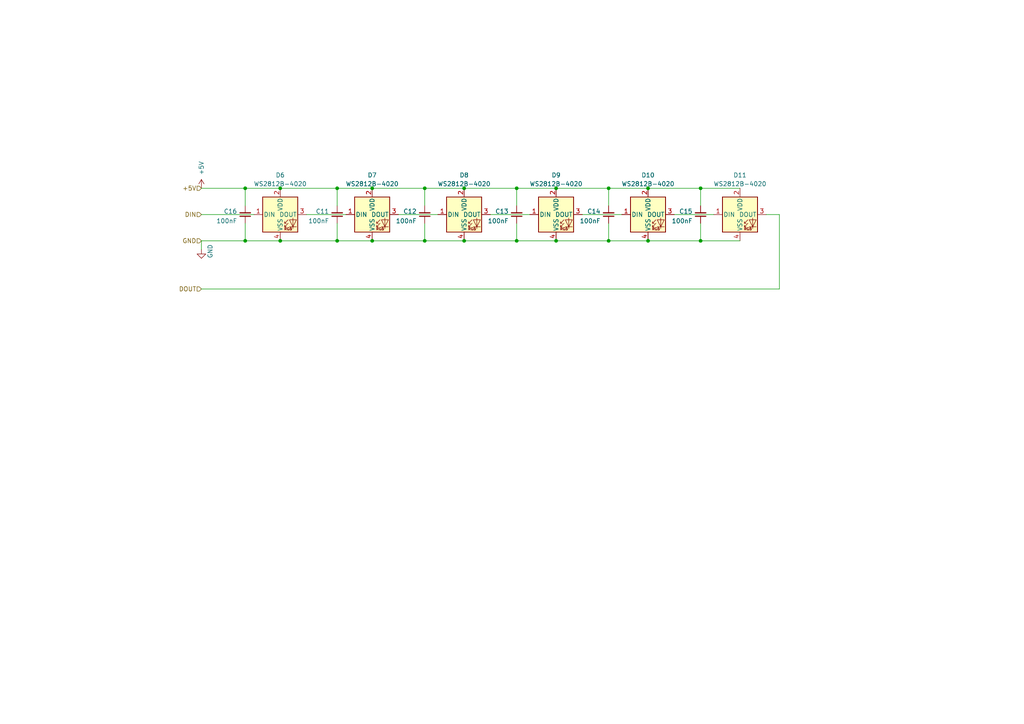
<source format=kicad_sch>
(kicad_sch (version 20230121) (generator eeschema)
  (paper "A4")
  (lib_symbols
    (symbol "Device:C_Small" (pin_numbers hide) (pin_names (offset 0.254) hide)
      (property "Reference" "C" (at 0.254 1.778 0))
      (property "Value" "C_Small" (at 0.254 -2.032 0))
      (symbol "C_Small_0_1"
        (polyline (pts (xy -1.524 -0.508) (xy 1.524 -0.508)) (stroke (width 0.3302)))
        (polyline (pts (xy -1.524 0.508) (xy 1.524 0.508)) (stroke (width 0.3048)))
      )
      (symbol "C_Small_1_1"
        (pin passive line (at 0 2.54 270) (length 2.032) (name "~") (number "1"))
        (pin passive line (at 0 -2.54 90) (length 2.032) (name "~") (number "2"))
      )
    )
    (symbol "LED:WS2812B-4020" (pin_names (offset 0.254))
      (property "Reference" "D" (at 5.08 5.715 0))
      (property "Value" "WS2812B" (at 1.27 -5.715 0))
      (symbol "WS2812B-4020_0_0"
        (text "RGB" (at 2.286 -4.191 0) (effects (font (size 0.762 0.762))))
      )
      (symbol "WS2812B-4020_0_1"
        (rectangle (start -5.08 5.08) (end 5.08 -5.08) (stroke (width 0.254)) (fill (type background)))
        (polyline (pts (xy 1.27 -3.556) (xy 1.778 -3.556)))
        (polyline (pts (xy 1.27 -2.54) (xy 1.778 -2.54)))
        (polyline (pts (xy 4.699 -3.556) (xy 2.667 -3.556)))
        (polyline (pts (xy 2.286 -2.54) (xy 1.27 -3.556) (xy 1.27 -3.048)))
        (polyline (pts (xy 2.286 -1.524) (xy 1.27 -2.54) (xy 1.27 -2.032)))
        (polyline (pts (xy 3.683 -1.016) (xy 3.683 -3.556) (xy 3.683 -4.064)))
        (polyline (pts (xy 4.699 -1.524) (xy 2.667 -1.524) (xy 3.683 -3.556) (xy 4.699 -1.524)))
      )
      (symbol "WS2812B-4020_1_1"
        (pin input line (at -7.62 0 0) (length 2.54) (name "DIN") (number "1"))
        (pin power_in line (at 0 7.62 270) (length 2.54) (name "VDD") (number "2"))
        (pin output line (at 7.62 0 180) (length 2.54) (name "DOUT") (number "3"))
        (pin power_in line (at 0 -7.62 90) (length 2.54) (name "VSS") (number "4"))
      )
    )
    (symbol "power:+5V" (power) (pin_names (offset 0))
      (property "Value" "+5V" (at 0 3.556 0))
      (symbol "+5V_0_1"
        (polyline (pts (xy -0.762 1.27) (xy 0 2.54)))
        (polyline (pts (xy 0 0) (xy 0 2.54)))
        (polyline (pts (xy 0 2.54) (xy 0.762 1.27)))
      )
      (symbol "+5V_1_1"
        (pin power_in line (at 0 0 90) (length 0) hide (name "+5V") (number "1"))
      )
    )
    (symbol "power:GND" (power) (pin_names (offset 0))
      (property "Value" "GND" (at 0 -3.81 0))
      (symbol "GND_0_1"
        (polyline (pts (xy 0 0) (xy 0 -1.27) (xy 1.27 -1.27) (xy 0 -2.54) (xy -1.27 -1.27) (xy 0 -1.27)))
      )
      (symbol "GND_1_1"
        (pin power_in line (at 0 0 270) (length 0) hide (name "GND") (number "1"))
      )
    )
  )
  (junction (at 161.29 54.61))
  (junction (at 176.53 54.61))
  (junction (at 187.96 54.61))
  (junction (at 107.95 54.61))
  (junction (at 71.12 69.85))
  (junction (at 123.19 69.85))
  (junction (at 149.86 54.61))
  (junction (at 176.53 69.85))
  (junction (at 134.62 69.85))
  (junction (at 81.28 54.61))
  (junction (at 97.79 54.61))
  (junction (at 187.96 69.85))
  (junction (at 203.2 69.85))
  (junction (at 149.86 69.85))
  (junction (at 81.28 69.85))
  (junction (at 107.95 69.85))
  (junction (at 161.29 69.85))
  (junction (at 123.19 54.61))
  (junction (at 203.2 54.61))
  (junction (at 97.79 69.85))
  (junction (at 134.62 54.61))
  (junction (at 71.12 54.61))
  (wire (pts (xy 71.12 59.69) (xy 71.12 54.61)))
  (wire (pts (xy 123.19 59.69) (xy 123.19 54.61)))
  (wire (pts (xy 203.2 64.77) (xy 203.2 69.85)))
  (wire (pts (xy 71.12 64.77) (xy 71.12 69.85)))
  (wire (pts (xy 58.42 69.85) (xy 71.12 69.85)))
  (wire (pts (xy 123.19 64.77) (xy 123.19 69.85)))
  (wire (pts (xy 195.58 62.23) (xy 207.01 62.23)))
  (wire (pts (xy 88.9 62.23) (xy 100.33 62.23)))
  (wire (pts (xy 161.29 69.85) (xy 176.53 69.85)))
  (wire (pts (xy 203.2 54.61) (xy 214.63 54.61)))
  (wire (pts (xy 149.86 64.77) (xy 149.86 69.85)))
  (wire (pts (xy 107.95 69.85) (xy 123.19 69.85)))
  (wire (pts (xy 58.42 62.23) (xy 73.66 62.23)))
  (wire (pts (xy 134.62 54.61) (xy 149.86 54.61)))
  (wire (pts (xy 176.53 54.61) (xy 187.96 54.61)))
  (wire (pts (xy 187.96 54.61) (xy 203.2 54.61)))
  (wire (pts (xy 58.42 72.39) (xy 58.42 69.85)))
  (wire (pts (xy 176.53 59.69) (xy 176.53 54.61)))
  (wire (pts (xy 149.86 54.61) (xy 161.29 54.61)))
  (wire (pts (xy 97.79 69.85) (xy 107.95 69.85)))
  (wire (pts (xy 71.12 69.85) (xy 81.28 69.85)))
  (wire (pts (xy 97.79 69.85) (xy 81.28 69.85)))
  (wire (pts (xy 161.29 54.61) (xy 176.53 54.61)))
  (wire (pts (xy 123.19 69.85) (xy 134.62 69.85)))
  (wire (pts (xy 226.06 62.23) (xy 222.25 62.23)))
  (wire (pts (xy 168.91 62.23) (xy 180.34 62.23)))
  (wire (pts (xy 97.79 64.77) (xy 97.79 69.85)))
  (wire (pts (xy 142.24 62.23) (xy 153.67 62.23)))
  (wire (pts (xy 149.86 59.69) (xy 149.86 54.61)))
  (wire (pts (xy 115.57 62.23) (xy 127 62.23)))
  (wire (pts (xy 97.79 59.69) (xy 97.79 54.61)))
  (wire (pts (xy 226.06 83.82) (xy 226.06 62.23)))
  (wire (pts (xy 187.96 69.85) (xy 203.2 69.85)))
  (wire (pts (xy 176.53 69.85) (xy 187.96 69.85)))
  (wire (pts (xy 107.95 54.61) (xy 123.19 54.61)))
  (wire (pts (xy 203.2 69.85) (xy 214.63 69.85)))
  (wire (pts (xy 203.2 59.69) (xy 203.2 54.61)))
  (wire (pts (xy 58.42 54.61) (xy 71.12 54.61)))
  (wire (pts (xy 149.86 69.85) (xy 161.29 69.85)))
  (wire (pts (xy 58.42 83.82) (xy 226.06 83.82)))
  (wire (pts (xy 71.12 54.61) (xy 81.28 54.61)))
  (wire (pts (xy 134.62 69.85) (xy 149.86 69.85)))
  (wire (pts (xy 97.79 54.61) (xy 107.95 54.61)))
  (wire (pts (xy 97.79 54.61) (xy 81.28 54.61)))
  (wire (pts (xy 123.19 54.61) (xy 134.62 54.61)))
  (wire (pts (xy 176.53 64.77) (xy 176.53 69.85)))
  (hierarchical_label "+5V" (shape input) (at 58.42 54.61 180))
  (hierarchical_label "DOUT" (shape input) (at 58.42 83.82 180))
  (hierarchical_label "GND" (shape input) (at 58.42 69.85 180))
  (hierarchical_label "DIN" (shape input) (at 58.42 62.23 180))
  (symbol (lib_id "LED:WS2812B-4020") (at 134.62 62.23 0) (unit 1)
    (property "Reference" "D8" (at 134.62 50.8 0))
    (property "Value" "WS2812B-4020" (at 134.62 53.34 0))
    (property "Footprint" "footprints:LED_WS2812B-4020" (effects hide))
    (property "Datasheet" "https://cdn-shop.adafruit.com/datasheets/WS2812B.pdf" (effects hide))
    (instances (project "dfh_badge" (path "" (reference "D8") (unit 1)) (path "" (reference "D15") (unit 1)) (path "" (reference "D21") (unit 1)) (path "" (reference "D27") (unit 1)) (path "" (reference "D33") (unit 1)) (path "" (reference "D39") (unit 1))) (project "Daylight - Disco - XS" (path "" (reference "D3") (unit 1))))
  )
  (symbol (lib_id "Device:C_Small") (at 203.2 62.23 0) (mirror x) (unit 1)
    (property "Reference" "C15" (at 200.8759 61.3151 0) (effects (justify right)))
    (property "Value" "100nF" (at 200.8759 64.0902 0) (effects (justify right)))
    (property "Footprint" "Capacitor_SMD:C_0603_1608Metric" (effects hide))
    (property "LCSC" "C14663" (effects hide))
    (instances (project "dfh_badge" (path "" (reference "C15") (unit 1)) (path "" (reference "C22") (unit 1)) (path "" (reference "C28") (unit 1)) (path "" (reference "C34") (unit 1)) (path "" (reference "C40") (unit 1)) (path "" (reference "C46") (unit 1))) (project "Daylight - Disco - XS" (path "" (reference "C5") (unit 1))))
  )
  (symbol (lib_id "power:+5V") (at 58.42 54.61 0) (unit 1)
    (property "Reference" "#PWR014" (effects hide))
    (property "Value" "+5V" (at 58.42 50.8 90) (effects (justify left)))
    (instances (project "dfh_badge" (path "" (reference "#PWR014") (unit 1)) (path "" (reference "#PWR016") (unit 1)) (path "" (reference "#PWR018") (unit 1)) (path "" (reference "#PWR020") (unit 1)) (path "" (reference "#PWR046") (unit 1)) (path "" (reference "#PWR048") (unit 1))) (project "Daylight - Disco - XS" (path "" (reference "#PWR01") (unit 1))))
  )
  (symbol (lib_id "Device:C_Small") (at 71.12 62.23 0) (mirror x) (unit 1)
    (property "Reference" "C16" (at 68.7959 61.3151 0) (effects (justify right)))
    (property "Value" "100nF" (at 68.7959 64.0902 0) (effects (justify right)))
    (property "Footprint" "Capacitor_SMD:C_0603_1608Metric" (effects hide))
    (property "LCSC" "C14663" (effects hide))
    (instances (project "dfh_badge" (path "" (reference "C16") (unit 1)) (path "" (reference "C17") (unit 1)) (path "" (reference "C23") (unit 1)) (path "" (reference "C29") (unit 1)) (path "" (reference "C35") (unit 1)) (path "" (reference "C41") (unit 1))) (project "Daylight - Disco - XS" (path "" (reference "C1") (unit 1))))
  )
  (symbol (lib_id "LED:WS2812B-4020") (at 107.95 62.23 0) (unit 1)
    (property "Reference" "D7" (at 107.95 50.8 0))
    (property "Value" "WS2812B-4020" (at 107.95 53.34 0))
    (property "Footprint" "footprints:LED_WS2812B-4020" (effects hide))
    (property "Datasheet" "https://cdn-shop.adafruit.com/datasheets/WS2812B.pdf" (effects hide))
    (instances (project "dfh_badge" (path "" (reference "D7") (unit 1)) (path "" (reference "D14") (unit 1)) (path "" (reference "D20") (unit 1)) (path "" (reference "D26") (unit 1)) (path "" (reference "D32") (unit 1)) (path "" (reference "D38") (unit 1))) (project "Daylight - Disco - XS" (path "" (reference "D2") (unit 1))))
  )
  (symbol (lib_id "power:GND") (at 58.42 72.39 0) (unit 1)
    (property "Reference" "#PWR015" (effects hide))
    (property "Value" "GND" (at 60.96 74.93 90) (effects (justify left)))
    (instances (project "dfh_badge" (path "" (reference "#PWR015") (unit 1)) (path "" (reference "#PWR017") (unit 1)) (path "" (reference "#PWR019") (unit 1)) (path "" (reference "#PWR021") (unit 1)) (path "" (reference "#PWR047") (unit 1)) (path "" (reference "#PWR049") (unit 1))) (project "Daylight - Disco - XS" (path "" (reference "#PWR02") (unit 1))))
  )
  (symbol (lib_id "LED:WS2812B-4020") (at 161.29 62.23 0) (unit 1)
    (property "Reference" "D9" (at 161.29 50.8 0))
    (property "Value" "WS2812B-4020" (at 161.29 53.34 0))
    (property "Footprint" "footprints:LED_WS2812B-4020" (effects hide))
    (property "Datasheet" "https://cdn-shop.adafruit.com/datasheets/WS2812B.pdf" (effects hide))
    (instances (project "dfh_badge" (path "" (reference "D9") (unit 1)) (path "" (reference "D16") (unit 1)) (path "" (reference "D22") (unit 1)) (path "" (reference "D28") (unit 1)) (path "" (reference "D34") (unit 1)) (path "" (reference "D40") (unit 1))) (project "Daylight - Disco - XS" (path "" (reference "D4") (unit 1))))
  )
  (symbol (lib_id "Device:C_Small") (at 123.19 62.23 0) (mirror x) (unit 1)
    (property "Reference" "C12" (at 120.8659 61.3151 0) (effects (justify right)))
    (property "Value" "100nF" (at 120.8659 64.0902 0) (effects (justify right)))
    (property "Footprint" "Capacitor_SMD:C_0603_1608Metric" (effects hide))
    (property "LCSC" "C14663" (effects hide))
    (instances (project "dfh_badge" (path "" (reference "C12") (unit 1)) (path "" (reference "C19") (unit 1)) (path "" (reference "C25") (unit 1)) (path "" (reference "C31") (unit 1)) (path "" (reference "C37") (unit 1)) (path "" (reference "C43") (unit 1))) (project "Daylight - Disco - XS" (path "" (reference "C2") (unit 1))))
  )
  (symbol (lib_id "LED:WS2812B-4020") (at 214.63 62.23 0) (unit 1)
    (property "Reference" "D11" (at 214.63 50.8 0))
    (property "Value" "WS2812B-4020" (at 214.63 53.34 0))
    (property "Footprint" "footprints:LED_WS2812B-4020" (effects hide))
    (property "Datasheet" "https://cdn-shop.adafruit.com/datasheets/WS2812B.pdf" (effects hide))
    (instances (project "dfh_badge" (path "" (reference "D11") (unit 1)) (path "" (reference "D18") (unit 1)) (path "" (reference "D24") (unit 1)) (path "" (reference "D30") (unit 1)) (path "" (reference "D36") (unit 1)) (path "" (reference "D42") (unit 1))) (project "Daylight - Disco - XS" (path "" (reference "D6") (unit 1))))
  )
  (symbol (lib_id "LED:WS2812B-4020") (at 81.28 62.23 0) (unit 1)
    (property "Reference" "D6" (at 81.28 50.8 0))
    (property "Value" "WS2812B-4020" (at 81.28 53.34 0))
    (property "Footprint" "footprints:LED_WS2812B-4020" (effects hide))
    (property "Datasheet" "https://cdn-shop.adafruit.com/datasheets/WS2812B.pdf" (effects hide))
    (instances (project "dfh_badge" (path "" (reference "D6") (unit 1)) (path "" (reference "D13") (unit 1)) (path "" (reference "D19") (unit 1)) (path "" (reference "D25") (unit 1)) (path "" (reference "D31") (unit 1)) (path "" (reference "D37") (unit 1))) (project "Daylight - Disco - XS" (path "" (reference "D1") (unit 1))))
  )
  (symbol (lib_id "LED:WS2812B-4020") (at 187.96 62.23 0) (unit 1)
    (property "Reference" "D10" (at 187.96 50.8 0))
    (property "Value" "WS2812B-4020" (at 187.96 53.34 0))
    (property "Footprint" "footprints:LED_WS2812B-4020" (effects hide))
    (property "Datasheet" "https://cdn-shop.adafruit.com/datasheets/WS2812B.pdf" (effects hide))
    (instances (project "dfh_badge" (path "" (reference "D10") (unit 1)) (path "" (reference "D17") (unit 1)) (path "" (reference "D23") (unit 1)) (path "" (reference "D29") (unit 1)) (path "" (reference "D35") (unit 1)) (path "" (reference "D41") (unit 1))) (project "Daylight - Disco - XS" (path "" (reference "D5") (unit 1))))
  )
  (symbol (lib_id "Device:C_Small") (at 97.79 62.23 0) (mirror x) (unit 1)
    (property "Reference" "C11" (at 95.4659 61.3151 0) (effects (justify right)))
    (property "Value" "100nF" (at 95.4659 64.0902 0) (effects (justify right)))
    (property "Footprint" "Capacitor_SMD:C_0603_1608Metric" (effects hide))
    (property "LCSC" "C14663" (effects hide))
    (instances (project "dfh_badge" (path "" (reference "C11") (unit 1)) (path "" (reference "C18") (unit 1)) (path "" (reference "C24") (unit 1)) (path "" (reference "C30") (unit 1)) (path "" (reference "C36") (unit 1)) (path "" (reference "C42") (unit 1))) (project "Daylight - Disco - XS" (path "" (reference "C1") (unit 1))))
  )
  (symbol (lib_id "Device:C_Small") (at 176.53 62.23 0) (mirror x) (unit 1)
    (property "Reference" "C14" (at 174.2059 61.3151 0) (effects (justify right)))
    (property "Value" "100nF" (at 174.2059 64.0902 0) (effects (justify right)))
    (property "Footprint" "Capacitor_SMD:C_0603_1608Metric" (effects hide))
    (property "LCSC" "C14663" (effects hide))
    (instances (project "dfh_badge" (path "" (reference "C14") (unit 1)) (path "" (reference "C21") (unit 1)) (path "" (reference "C27") (unit 1)) (path "" (reference "C33") (unit 1)) (path "" (reference "C39") (unit 1)) (path "" (reference "C45") (unit 1))) (project "Daylight - Disco - XS" (path "" (reference "C4") (unit 1))))
  )
  (symbol (lib_id "Device:C_Small") (at 149.86 62.23 0) (mirror x) (unit 1)
    (property "Reference" "C13" (at 147.5359 61.3151 0) (effects (justify right)))
    (property "Value" "100nF" (at 147.5359 64.0902 0) (effects (justify right)))
    (property "Footprint" "Capacitor_SMD:C_0603_1608Metric" (effects hide))
    (property "LCSC" "C14663" (effects hide))
    (instances (project "dfh_badge" (path "" (reference "C13") (unit 1)) (path "" (reference "C20") (unit 1)) (path "" (reference "C26") (unit 1)) (path "" (reference "C32") (unit 1)) (path "" (reference "C38") (unit 1)) (path "" (reference "C44") (unit 1))) (project "Daylight - Disco - XS" (path "" (reference "C3") (unit 1))))
  )
)
</source>
